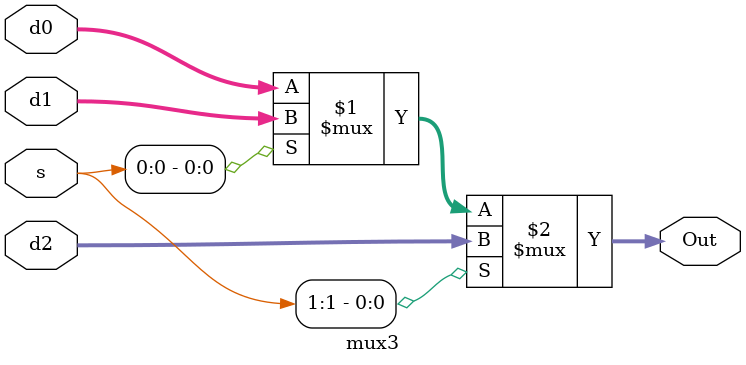
<source format=v>
module mux2 #(parameter WIDTH = 8)
             (input  [WIDTH-1:0] d0, d1, 
              input              s, 
              output [WIDTH-1:0] Out);

  assign Out = s ? d1 : d0; 
endmodule

module mux3 #(parameter WIDTH = 8)
             (input  [WIDTH-1:0] d0, d1, d2,
              input  [1:0]       s, 
              output [WIDTH-1:0] Out);

  assign  Out = s[1] ? d2 : (s[0] ? d1 : d0); 
endmodule


</source>
